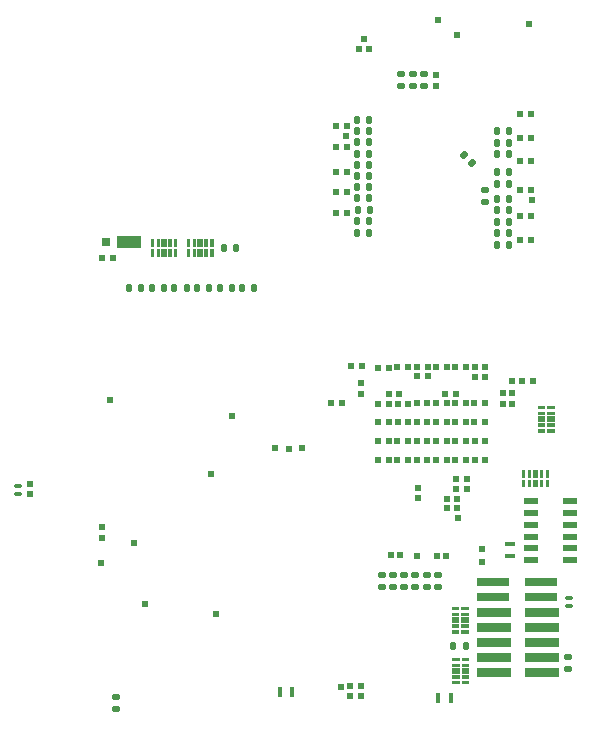
<source format=gbr>
%TF.GenerationSoftware,KiCad,Pcbnew,9.0.7*%
%TF.CreationDate,2026-01-26T18:53:02-07:00*%
%TF.ProjectId,MPU_MOD,4d50555f-4d4f-4442-9e6b-696361645f70,rev?*%
%TF.SameCoordinates,Original*%
%TF.FileFunction,Paste,Bot*%
%TF.FilePolarity,Positive*%
%FSLAX46Y46*%
G04 Gerber Fmt 4.6, Leading zero omitted, Abs format (unit mm)*
G04 Created by KiCad (PCBNEW 9.0.7) date 2026-01-26 18:53:02*
%MOMM*%
%LPD*%
G01*
G04 APERTURE LIST*
G04 Aperture macros list*
%AMRoundRect*
0 Rectangle with rounded corners*
0 $1 Rounding radius*
0 $2 $3 $4 $5 $6 $7 $8 $9 X,Y pos of 4 corners*
0 Add a 4 corners polygon primitive as box body*
4,1,4,$2,$3,$4,$5,$6,$7,$8,$9,$2,$3,0*
0 Add four circle primitives for the rounded corners*
1,1,$1+$1,$2,$3*
1,1,$1+$1,$4,$5*
1,1,$1+$1,$6,$7*
1,1,$1+$1,$8,$9*
0 Add four rect primitives between the rounded corners*
20,1,$1+$1,$2,$3,$4,$5,0*
20,1,$1+$1,$4,$5,$6,$7,0*
20,1,$1+$1,$6,$7,$8,$9,0*
20,1,$1+$1,$8,$9,$2,$3,0*%
G04 Aperture macros list end*
%ADD10C,0.010000*%
%ADD11R,0.510000X0.560000*%
%ADD12R,0.560000X0.510000*%
%ADD13R,0.406400X0.838200*%
%ADD14R,2.790000X0.740000*%
%ADD15RoundRect,0.135000X-0.185000X0.135000X-0.185000X-0.135000X0.185000X-0.135000X0.185000X0.135000X0*%
%ADD16RoundRect,0.135000X0.185000X-0.135000X0.185000X0.135000X-0.185000X0.135000X-0.185000X-0.135000X0*%
%ADD17RoundRect,0.075000X0.175000X0.175000X-0.175000X0.175000X-0.175000X-0.175000X0.175000X-0.175000X0*%
%ADD18RoundRect,0.135000X-0.135000X-0.185000X0.135000X-0.185000X0.135000X0.185000X-0.135000X0.185000X0*%
%ADD19RoundRect,0.135000X0.135000X0.185000X-0.135000X0.185000X-0.135000X-0.185000X0.135000X-0.185000X0*%
%ADD20RoundRect,0.075000X0.175000X-0.175000X0.175000X0.175000X-0.175000X0.175000X-0.175000X-0.175000X0*%
%ADD21R,0.800000X0.800000*%
%ADD22R,2.000000X1.100000*%
%ADD23RoundRect,0.135000X0.226274X0.035355X0.035355X0.226274X-0.226274X-0.035355X-0.035355X-0.226274X0*%
%ADD24RoundRect,0.075000X-0.175000X0.175000X-0.175000X-0.175000X0.175000X-0.175000X0.175000X0.175000X0*%
%ADD25RoundRect,0.075000X-0.175000X-0.175000X0.175000X-0.175000X0.175000X0.175000X-0.175000X0.175000X0*%
%ADD26RoundRect,0.050000X-0.250000X0.100000X-0.250000X-0.100000X0.250000X-0.100000X0.250000X0.100000X0*%
%ADD27R,0.838200X0.406400*%
%ADD28R,1.300000X0.600000*%
G04 APERTURE END LIST*
D10*
%TO.C,J701*%
X103853000Y-113730000D02*
X101063000Y-113730000D01*
X101063000Y-112990000D01*
X103853000Y-112990000D01*
X103853000Y-113730000D01*
G36*
X103853000Y-113730000D02*
G01*
X101063000Y-113730000D01*
X101063000Y-112990000D01*
X103853000Y-112990000D01*
X103853000Y-113730000D01*
G37*
X103853000Y-115000000D02*
X101063000Y-115000000D01*
X101063000Y-114260000D01*
X103853000Y-114260000D01*
X103853000Y-115000000D01*
G36*
X103853000Y-115000000D02*
G01*
X101063000Y-115000000D01*
X101063000Y-114260000D01*
X103853000Y-114260000D01*
X103853000Y-115000000D01*
G37*
X103853000Y-116270000D02*
X101063000Y-116270000D01*
X101063000Y-115530000D01*
X103853000Y-115530000D01*
X103853000Y-116270000D01*
G36*
X103853000Y-116270000D02*
G01*
X101063000Y-116270000D01*
X101063000Y-115530000D01*
X103853000Y-115530000D01*
X103853000Y-116270000D01*
G37*
X103853000Y-117540000D02*
X101063000Y-117540000D01*
X101063000Y-116800000D01*
X103853000Y-116800000D01*
X103853000Y-117540000D01*
G36*
X103853000Y-117540000D02*
G01*
X101063000Y-117540000D01*
X101063000Y-116800000D01*
X103853000Y-116800000D01*
X103853000Y-117540000D01*
G37*
X103853000Y-118810000D02*
X101063000Y-118810000D01*
X101063000Y-118070000D01*
X103853000Y-118070000D01*
X103853000Y-118810000D01*
G36*
X103853000Y-118810000D02*
G01*
X101063000Y-118810000D01*
X101063000Y-118070000D01*
X103853000Y-118070000D01*
X103853000Y-118810000D01*
G37*
X107917000Y-113730000D02*
X105127000Y-113730000D01*
X105127000Y-112990000D01*
X107917000Y-112990000D01*
X107917000Y-113730000D01*
G36*
X107917000Y-113730000D02*
G01*
X105127000Y-113730000D01*
X105127000Y-112990000D01*
X107917000Y-112990000D01*
X107917000Y-113730000D01*
G37*
X107917000Y-115000000D02*
X105127000Y-115000000D01*
X105127000Y-114260000D01*
X107917000Y-114260000D01*
X107917000Y-115000000D01*
G36*
X107917000Y-115000000D02*
G01*
X105127000Y-115000000D01*
X105127000Y-114260000D01*
X107917000Y-114260000D01*
X107917000Y-115000000D01*
G37*
X107917000Y-116270000D02*
X105127000Y-116270000D01*
X105127000Y-115530000D01*
X107917000Y-115530000D01*
X107917000Y-116270000D01*
G36*
X107917000Y-116270000D02*
G01*
X105127000Y-116270000D01*
X105127000Y-115530000D01*
X107917000Y-115530000D01*
X107917000Y-116270000D01*
G37*
X107917000Y-117540000D02*
X105127000Y-117540000D01*
X105127000Y-116800000D01*
X107917000Y-116800000D01*
X107917000Y-117540000D01*
G36*
X107917000Y-117540000D02*
G01*
X105127000Y-117540000D01*
X105127000Y-116800000D01*
X107917000Y-116800000D01*
X107917000Y-117540000D01*
G37*
X107917000Y-118810000D02*
X105127000Y-118810000D01*
X105127000Y-118070000D01*
X107917000Y-118070000D01*
X107917000Y-118810000D01*
G36*
X107917000Y-118810000D02*
G01*
X105127000Y-118810000D01*
X105127000Y-118070000D01*
X107917000Y-118070000D01*
X107917000Y-118810000D01*
G37*
%TO.C,U702*%
X99489000Y-113103000D02*
X98929000Y-113103000D01*
X98929000Y-112917000D01*
X99489000Y-112917000D01*
X99489000Y-113103000D01*
G36*
X99489000Y-113103000D02*
G01*
X98929000Y-113103000D01*
X98929000Y-112917000D01*
X99489000Y-112917000D01*
X99489000Y-113103000D01*
G37*
X99489000Y-113603000D02*
X98929000Y-113603000D01*
X98929000Y-113417000D01*
X99489000Y-113417000D01*
X99489000Y-113603000D01*
G36*
X99489000Y-113603000D02*
G01*
X98929000Y-113603000D01*
X98929000Y-113417000D01*
X99489000Y-113417000D01*
X99489000Y-113603000D01*
G37*
X99489000Y-114197000D02*
X98929000Y-114197000D01*
X98929000Y-113823000D01*
X99489000Y-113823000D01*
X99489000Y-114197000D01*
G36*
X99489000Y-114197000D02*
G01*
X98929000Y-114197000D01*
X98929000Y-113823000D01*
X99489000Y-113823000D01*
X99489000Y-114197000D01*
G37*
X99489000Y-114603000D02*
X98929000Y-114603000D01*
X98929000Y-114417000D01*
X99489000Y-114417000D01*
X99489000Y-114603000D01*
G36*
X99489000Y-114603000D02*
G01*
X98929000Y-114603000D01*
X98929000Y-114417000D01*
X99489000Y-114417000D01*
X99489000Y-114603000D01*
G37*
X99489000Y-115103000D02*
X98929000Y-115103000D01*
X98929000Y-114917000D01*
X99489000Y-114917000D01*
X99489000Y-115103000D01*
G36*
X99489000Y-115103000D02*
G01*
X98929000Y-115103000D01*
X98929000Y-114917000D01*
X99489000Y-114917000D01*
X99489000Y-115103000D01*
G37*
X100309000Y-113103000D02*
X99749000Y-113103000D01*
X99749000Y-112917000D01*
X100309000Y-112917000D01*
X100309000Y-113103000D01*
G36*
X100309000Y-113103000D02*
G01*
X99749000Y-113103000D01*
X99749000Y-112917000D01*
X100309000Y-112917000D01*
X100309000Y-113103000D01*
G37*
X100309000Y-113603000D02*
X99749000Y-113603000D01*
X99749000Y-113417000D01*
X100309000Y-113417000D01*
X100309000Y-113603000D01*
G36*
X100309000Y-113603000D02*
G01*
X99749000Y-113603000D01*
X99749000Y-113417000D01*
X100309000Y-113417000D01*
X100309000Y-113603000D01*
G37*
X100309000Y-114197000D02*
X99749000Y-114197000D01*
X99749000Y-113823000D01*
X100309000Y-113823000D01*
X100309000Y-114197000D01*
G36*
X100309000Y-114197000D02*
G01*
X99749000Y-114197000D01*
X99749000Y-113823000D01*
X100309000Y-113823000D01*
X100309000Y-114197000D01*
G37*
X100309000Y-114603000D02*
X99749000Y-114603000D01*
X99749000Y-114417000D01*
X100309000Y-114417000D01*
X100309000Y-114603000D01*
G36*
X100309000Y-114603000D02*
G01*
X99749000Y-114603000D01*
X99749000Y-114417000D01*
X100309000Y-114417000D01*
X100309000Y-114603000D01*
G37*
X100309000Y-115103000D02*
X99749000Y-115103000D01*
X99749000Y-114917000D01*
X100309000Y-114917000D01*
X100309000Y-115103000D01*
G36*
X100309000Y-115103000D02*
G01*
X99749000Y-115103000D01*
X99749000Y-114917000D01*
X100309000Y-114917000D01*
X100309000Y-115103000D01*
G37*
%TO.C,U501*%
X76694500Y-82375000D02*
X76508500Y-82375000D01*
X76508500Y-81815000D01*
X76694500Y-81815000D01*
X76694500Y-82375000D01*
G36*
X76694500Y-82375000D02*
G01*
X76508500Y-82375000D01*
X76508500Y-81815000D01*
X76694500Y-81815000D01*
X76694500Y-82375000D01*
G37*
X76694500Y-83195000D02*
X76508500Y-83195000D01*
X76508500Y-82635000D01*
X76694500Y-82635000D01*
X76694500Y-83195000D01*
G36*
X76694500Y-83195000D02*
G01*
X76508500Y-83195000D01*
X76508500Y-82635000D01*
X76694500Y-82635000D01*
X76694500Y-83195000D01*
G37*
X77194500Y-82375000D02*
X77008500Y-82375000D01*
X77008500Y-81815000D01*
X77194500Y-81815000D01*
X77194500Y-82375000D01*
G36*
X77194500Y-82375000D02*
G01*
X77008500Y-82375000D01*
X77008500Y-81815000D01*
X77194500Y-81815000D01*
X77194500Y-82375000D01*
G37*
X77194500Y-83195000D02*
X77008500Y-83195000D01*
X77008500Y-82635000D01*
X77194500Y-82635000D01*
X77194500Y-83195000D01*
G36*
X77194500Y-83195000D02*
G01*
X77008500Y-83195000D01*
X77008500Y-82635000D01*
X77194500Y-82635000D01*
X77194500Y-83195000D01*
G37*
X77788500Y-82375000D02*
X77414500Y-82375000D01*
X77414500Y-81815000D01*
X77788500Y-81815000D01*
X77788500Y-82375000D01*
G36*
X77788500Y-82375000D02*
G01*
X77414500Y-82375000D01*
X77414500Y-81815000D01*
X77788500Y-81815000D01*
X77788500Y-82375000D01*
G37*
X77788500Y-83195000D02*
X77414500Y-83195000D01*
X77414500Y-82635000D01*
X77788500Y-82635000D01*
X77788500Y-83195000D01*
G36*
X77788500Y-83195000D02*
G01*
X77414500Y-83195000D01*
X77414500Y-82635000D01*
X77788500Y-82635000D01*
X77788500Y-83195000D01*
G37*
X78194500Y-82375000D02*
X78008500Y-82375000D01*
X78008500Y-81815000D01*
X78194500Y-81815000D01*
X78194500Y-82375000D01*
G36*
X78194500Y-82375000D02*
G01*
X78008500Y-82375000D01*
X78008500Y-81815000D01*
X78194500Y-81815000D01*
X78194500Y-82375000D01*
G37*
X78194500Y-83195000D02*
X78008500Y-83195000D01*
X78008500Y-82635000D01*
X78194500Y-82635000D01*
X78194500Y-83195000D01*
G36*
X78194500Y-83195000D02*
G01*
X78008500Y-83195000D01*
X78008500Y-82635000D01*
X78194500Y-82635000D01*
X78194500Y-83195000D01*
G37*
X78694500Y-82375000D02*
X78508500Y-82375000D01*
X78508500Y-81815000D01*
X78694500Y-81815000D01*
X78694500Y-82375000D01*
G36*
X78694500Y-82375000D02*
G01*
X78508500Y-82375000D01*
X78508500Y-81815000D01*
X78694500Y-81815000D01*
X78694500Y-82375000D01*
G37*
X78694500Y-83195000D02*
X78508500Y-83195000D01*
X78508500Y-82635000D01*
X78694500Y-82635000D01*
X78694500Y-83195000D01*
G36*
X78694500Y-83195000D02*
G01*
X78508500Y-83195000D01*
X78508500Y-82635000D01*
X78694500Y-82635000D01*
X78694500Y-83195000D01*
G37*
%TO.C,U502*%
X73633000Y-82375000D02*
X73447000Y-82375000D01*
X73447000Y-81815000D01*
X73633000Y-81815000D01*
X73633000Y-82375000D01*
G36*
X73633000Y-82375000D02*
G01*
X73447000Y-82375000D01*
X73447000Y-81815000D01*
X73633000Y-81815000D01*
X73633000Y-82375000D01*
G37*
X73633000Y-83195000D02*
X73447000Y-83195000D01*
X73447000Y-82635000D01*
X73633000Y-82635000D01*
X73633000Y-83195000D01*
G36*
X73633000Y-83195000D02*
G01*
X73447000Y-83195000D01*
X73447000Y-82635000D01*
X73633000Y-82635000D01*
X73633000Y-83195000D01*
G37*
X74133000Y-82375000D02*
X73947000Y-82375000D01*
X73947000Y-81815000D01*
X74133000Y-81815000D01*
X74133000Y-82375000D01*
G36*
X74133000Y-82375000D02*
G01*
X73947000Y-82375000D01*
X73947000Y-81815000D01*
X74133000Y-81815000D01*
X74133000Y-82375000D01*
G37*
X74133000Y-83195000D02*
X73947000Y-83195000D01*
X73947000Y-82635000D01*
X74133000Y-82635000D01*
X74133000Y-83195000D01*
G36*
X74133000Y-83195000D02*
G01*
X73947000Y-83195000D01*
X73947000Y-82635000D01*
X74133000Y-82635000D01*
X74133000Y-83195000D01*
G37*
X74727000Y-82375000D02*
X74353000Y-82375000D01*
X74353000Y-81815000D01*
X74727000Y-81815000D01*
X74727000Y-82375000D01*
G36*
X74727000Y-82375000D02*
G01*
X74353000Y-82375000D01*
X74353000Y-81815000D01*
X74727000Y-81815000D01*
X74727000Y-82375000D01*
G37*
X74727000Y-83195000D02*
X74353000Y-83195000D01*
X74353000Y-82635000D01*
X74727000Y-82635000D01*
X74727000Y-83195000D01*
G36*
X74727000Y-83195000D02*
G01*
X74353000Y-83195000D01*
X74353000Y-82635000D01*
X74727000Y-82635000D01*
X74727000Y-83195000D01*
G37*
X75133000Y-82375000D02*
X74947000Y-82375000D01*
X74947000Y-81815000D01*
X75133000Y-81815000D01*
X75133000Y-82375000D01*
G36*
X75133000Y-82375000D02*
G01*
X74947000Y-82375000D01*
X74947000Y-81815000D01*
X75133000Y-81815000D01*
X75133000Y-82375000D01*
G37*
X75133000Y-83195000D02*
X74947000Y-83195000D01*
X74947000Y-82635000D01*
X75133000Y-82635000D01*
X75133000Y-83195000D01*
G36*
X75133000Y-83195000D02*
G01*
X74947000Y-83195000D01*
X74947000Y-82635000D01*
X75133000Y-82635000D01*
X75133000Y-83195000D01*
G37*
X75633000Y-82375000D02*
X75447000Y-82375000D01*
X75447000Y-81815000D01*
X75633000Y-81815000D01*
X75633000Y-82375000D01*
G36*
X75633000Y-82375000D02*
G01*
X75447000Y-82375000D01*
X75447000Y-81815000D01*
X75633000Y-81815000D01*
X75633000Y-82375000D01*
G37*
X75633000Y-83195000D02*
X75447000Y-83195000D01*
X75447000Y-82635000D01*
X75633000Y-82635000D01*
X75633000Y-83195000D01*
G36*
X75633000Y-83195000D02*
G01*
X75447000Y-83195000D01*
X75447000Y-82635000D01*
X75633000Y-82635000D01*
X75633000Y-83195000D01*
G37*
%TO.C,U5*%
X106790000Y-96083000D02*
X106230000Y-96083000D01*
X106230000Y-95897000D01*
X106790000Y-95897000D01*
X106790000Y-96083000D01*
G36*
X106790000Y-96083000D02*
G01*
X106230000Y-96083000D01*
X106230000Y-95897000D01*
X106790000Y-95897000D01*
X106790000Y-96083000D01*
G37*
X106790000Y-96583000D02*
X106230000Y-96583000D01*
X106230000Y-96397000D01*
X106790000Y-96397000D01*
X106790000Y-96583000D01*
G36*
X106790000Y-96583000D02*
G01*
X106230000Y-96583000D01*
X106230000Y-96397000D01*
X106790000Y-96397000D01*
X106790000Y-96583000D01*
G37*
X106790000Y-97177000D02*
X106230000Y-97177000D01*
X106230000Y-96803000D01*
X106790000Y-96803000D01*
X106790000Y-97177000D01*
G36*
X106790000Y-97177000D02*
G01*
X106230000Y-97177000D01*
X106230000Y-96803000D01*
X106790000Y-96803000D01*
X106790000Y-97177000D01*
G37*
X106790000Y-97583000D02*
X106230000Y-97583000D01*
X106230000Y-97397000D01*
X106790000Y-97397000D01*
X106790000Y-97583000D01*
G36*
X106790000Y-97583000D02*
G01*
X106230000Y-97583000D01*
X106230000Y-97397000D01*
X106790000Y-97397000D01*
X106790000Y-97583000D01*
G37*
X106790000Y-98083000D02*
X106230000Y-98083000D01*
X106230000Y-97897000D01*
X106790000Y-97897000D01*
X106790000Y-98083000D01*
G36*
X106790000Y-98083000D02*
G01*
X106230000Y-98083000D01*
X106230000Y-97897000D01*
X106790000Y-97897000D01*
X106790000Y-98083000D01*
G37*
X107610000Y-96083000D02*
X107050000Y-96083000D01*
X107050000Y-95897000D01*
X107610000Y-95897000D01*
X107610000Y-96083000D01*
G36*
X107610000Y-96083000D02*
G01*
X107050000Y-96083000D01*
X107050000Y-95897000D01*
X107610000Y-95897000D01*
X107610000Y-96083000D01*
G37*
X107610000Y-96583000D02*
X107050000Y-96583000D01*
X107050000Y-96397000D01*
X107610000Y-96397000D01*
X107610000Y-96583000D01*
G36*
X107610000Y-96583000D02*
G01*
X107050000Y-96583000D01*
X107050000Y-96397000D01*
X107610000Y-96397000D01*
X107610000Y-96583000D01*
G37*
X107610000Y-97177000D02*
X107050000Y-97177000D01*
X107050000Y-96803000D01*
X107610000Y-96803000D01*
X107610000Y-97177000D01*
G36*
X107610000Y-97177000D02*
G01*
X107050000Y-97177000D01*
X107050000Y-96803000D01*
X107610000Y-96803000D01*
X107610000Y-97177000D01*
G37*
X107610000Y-97583000D02*
X107050000Y-97583000D01*
X107050000Y-97397000D01*
X107610000Y-97397000D01*
X107610000Y-97583000D01*
G36*
X107610000Y-97583000D02*
G01*
X107050000Y-97583000D01*
X107050000Y-97397000D01*
X107610000Y-97397000D01*
X107610000Y-97583000D01*
G37*
X107610000Y-98083000D02*
X107050000Y-98083000D01*
X107050000Y-97897000D01*
X107610000Y-97897000D01*
X107610000Y-98083000D01*
G36*
X107610000Y-98083000D02*
G01*
X107050000Y-98083000D01*
X107050000Y-97897000D01*
X107610000Y-97897000D01*
X107610000Y-98083000D01*
G37*
%TO.C,U3*%
X105083000Y-101900000D02*
X104897000Y-101900000D01*
X104897000Y-101340000D01*
X105083000Y-101340000D01*
X105083000Y-101900000D01*
G36*
X105083000Y-101900000D02*
G01*
X104897000Y-101900000D01*
X104897000Y-101340000D01*
X105083000Y-101340000D01*
X105083000Y-101900000D01*
G37*
X105083000Y-102720000D02*
X104897000Y-102720000D01*
X104897000Y-102160000D01*
X105083000Y-102160000D01*
X105083000Y-102720000D01*
G36*
X105083000Y-102720000D02*
G01*
X104897000Y-102720000D01*
X104897000Y-102160000D01*
X105083000Y-102160000D01*
X105083000Y-102720000D01*
G37*
X105583000Y-101900000D02*
X105397000Y-101900000D01*
X105397000Y-101340000D01*
X105583000Y-101340000D01*
X105583000Y-101900000D01*
G36*
X105583000Y-101900000D02*
G01*
X105397000Y-101900000D01*
X105397000Y-101340000D01*
X105583000Y-101340000D01*
X105583000Y-101900000D01*
G37*
X105583000Y-102720000D02*
X105397000Y-102720000D01*
X105397000Y-102160000D01*
X105583000Y-102160000D01*
X105583000Y-102720000D01*
G36*
X105583000Y-102720000D02*
G01*
X105397000Y-102720000D01*
X105397000Y-102160000D01*
X105583000Y-102160000D01*
X105583000Y-102720000D01*
G37*
X106177000Y-101900000D02*
X105803000Y-101900000D01*
X105803000Y-101340000D01*
X106177000Y-101340000D01*
X106177000Y-101900000D01*
G36*
X106177000Y-101900000D02*
G01*
X105803000Y-101900000D01*
X105803000Y-101340000D01*
X106177000Y-101340000D01*
X106177000Y-101900000D01*
G37*
X106177000Y-102720000D02*
X105803000Y-102720000D01*
X105803000Y-102160000D01*
X106177000Y-102160000D01*
X106177000Y-102720000D01*
G36*
X106177000Y-102720000D02*
G01*
X105803000Y-102720000D01*
X105803000Y-102160000D01*
X106177000Y-102160000D01*
X106177000Y-102720000D01*
G37*
X106583000Y-101900000D02*
X106397000Y-101900000D01*
X106397000Y-101340000D01*
X106583000Y-101340000D01*
X106583000Y-101900000D01*
G36*
X106583000Y-101900000D02*
G01*
X106397000Y-101900000D01*
X106397000Y-101340000D01*
X106583000Y-101340000D01*
X106583000Y-101900000D01*
G37*
X106583000Y-102720000D02*
X106397000Y-102720000D01*
X106397000Y-102160000D01*
X106583000Y-102160000D01*
X106583000Y-102720000D01*
G36*
X106583000Y-102720000D02*
G01*
X106397000Y-102720000D01*
X106397000Y-102160000D01*
X106583000Y-102160000D01*
X106583000Y-102720000D01*
G37*
X107083000Y-101900000D02*
X106897000Y-101900000D01*
X106897000Y-101340000D01*
X107083000Y-101340000D01*
X107083000Y-101900000D01*
G36*
X107083000Y-101900000D02*
G01*
X106897000Y-101900000D01*
X106897000Y-101340000D01*
X107083000Y-101340000D01*
X107083000Y-101900000D01*
G37*
X107083000Y-102720000D02*
X106897000Y-102720000D01*
X106897000Y-102160000D01*
X107083000Y-102160000D01*
X107083000Y-102720000D01*
G36*
X107083000Y-102720000D02*
G01*
X106897000Y-102720000D01*
X106897000Y-102160000D01*
X107083000Y-102160000D01*
X107083000Y-102720000D01*
G37*
%TO.C,U703*%
X99520000Y-117413000D02*
X98960000Y-117413000D01*
X98960000Y-117227000D01*
X99520000Y-117227000D01*
X99520000Y-117413000D01*
G36*
X99520000Y-117413000D02*
G01*
X98960000Y-117413000D01*
X98960000Y-117227000D01*
X99520000Y-117227000D01*
X99520000Y-117413000D01*
G37*
X99520000Y-117913000D02*
X98960000Y-117913000D01*
X98960000Y-117727000D01*
X99520000Y-117727000D01*
X99520000Y-117913000D01*
G36*
X99520000Y-117913000D02*
G01*
X98960000Y-117913000D01*
X98960000Y-117727000D01*
X99520000Y-117727000D01*
X99520000Y-117913000D01*
G37*
X99520000Y-118507000D02*
X98960000Y-118507000D01*
X98960000Y-118133000D01*
X99520000Y-118133000D01*
X99520000Y-118507000D01*
G36*
X99520000Y-118507000D02*
G01*
X98960000Y-118507000D01*
X98960000Y-118133000D01*
X99520000Y-118133000D01*
X99520000Y-118507000D01*
G37*
X99520000Y-118913000D02*
X98960000Y-118913000D01*
X98960000Y-118727000D01*
X99520000Y-118727000D01*
X99520000Y-118913000D01*
G36*
X99520000Y-118913000D02*
G01*
X98960000Y-118913000D01*
X98960000Y-118727000D01*
X99520000Y-118727000D01*
X99520000Y-118913000D01*
G37*
X99520000Y-119413000D02*
X98960000Y-119413000D01*
X98960000Y-119227000D01*
X99520000Y-119227000D01*
X99520000Y-119413000D01*
G36*
X99520000Y-119413000D02*
G01*
X98960000Y-119413000D01*
X98960000Y-119227000D01*
X99520000Y-119227000D01*
X99520000Y-119413000D01*
G37*
X100340000Y-117413000D02*
X99780000Y-117413000D01*
X99780000Y-117227000D01*
X100340000Y-117227000D01*
X100340000Y-117413000D01*
G36*
X100340000Y-117413000D02*
G01*
X99780000Y-117413000D01*
X99780000Y-117227000D01*
X100340000Y-117227000D01*
X100340000Y-117413000D01*
G37*
X100340000Y-117913000D02*
X99780000Y-117913000D01*
X99780000Y-117727000D01*
X100340000Y-117727000D01*
X100340000Y-117913000D01*
G36*
X100340000Y-117913000D02*
G01*
X99780000Y-117913000D01*
X99780000Y-117727000D01*
X100340000Y-117727000D01*
X100340000Y-117913000D01*
G37*
X100340000Y-118507000D02*
X99780000Y-118507000D01*
X99780000Y-118133000D01*
X100340000Y-118133000D01*
X100340000Y-118507000D01*
G36*
X100340000Y-118507000D02*
G01*
X99780000Y-118507000D01*
X99780000Y-118133000D01*
X100340000Y-118133000D01*
X100340000Y-118507000D01*
G37*
X100340000Y-118913000D02*
X99780000Y-118913000D01*
X99780000Y-118727000D01*
X100340000Y-118727000D01*
X100340000Y-118913000D01*
G36*
X100340000Y-118913000D02*
G01*
X99780000Y-118913000D01*
X99780000Y-118727000D01*
X100340000Y-118727000D01*
X100340000Y-118913000D01*
G37*
X100340000Y-119413000D02*
X99780000Y-119413000D01*
X99780000Y-119227000D01*
X100340000Y-119227000D01*
X100340000Y-119413000D01*
G36*
X100340000Y-119413000D02*
G01*
X99780000Y-119413000D01*
X99780000Y-119227000D01*
X100340000Y-119227000D01*
X100340000Y-119413000D01*
G37*
%TD*%
D11*
%TO.C,C339*%
X99410000Y-103765000D03*
X98510000Y-103765000D03*
%TD*%
%TO.C,C340*%
X91330000Y-92565000D03*
X90430000Y-92565000D03*
%TD*%
D12*
%TO.C,C342*%
X104060000Y-95735000D03*
X104060000Y-94835000D03*
%TD*%
%TO.C,C343*%
X91250000Y-94915000D03*
X91250000Y-94015000D03*
%TD*%
%TO.C,C344*%
X103250000Y-95735000D03*
X103250000Y-94835000D03*
%TD*%
D11*
%TO.C,C345*%
X99420000Y-104575000D03*
X98520000Y-104575000D03*
%TD*%
%TO.C,C410*%
X104750000Y-75200000D03*
X105650000Y-75200000D03*
%TD*%
%TO.C,C411*%
X104750000Y-73200000D03*
X105650000Y-73200000D03*
%TD*%
%TO.C,C412*%
X89150000Y-79600000D03*
X90050000Y-79600000D03*
%TD*%
%TO.C,C413*%
X90050000Y-77800000D03*
X89150000Y-77800000D03*
%TD*%
%TO.C,C414*%
X90050000Y-76100000D03*
X89150000Y-76100000D03*
%TD*%
%TO.C,C415*%
X104750000Y-77600000D03*
X105650000Y-77600000D03*
%TD*%
%TO.C,C416*%
X90050000Y-72200000D03*
X89150000Y-72200000D03*
%TD*%
%TO.C,C417*%
X90050000Y-74000000D03*
X89150000Y-74000000D03*
%TD*%
%TO.C,C418*%
X104750000Y-71200000D03*
X105650000Y-71200000D03*
%TD*%
D12*
%TO.C,C419*%
X97600000Y-67900000D03*
X97600000Y-68800000D03*
%TD*%
D11*
%TO.C,C420*%
X104750000Y-81836585D03*
X105650000Y-81836585D03*
%TD*%
%TO.C,C421*%
X104750000Y-79866585D03*
X105650000Y-79866585D03*
%TD*%
D12*
%TO.C,C702*%
X96080000Y-102830000D03*
X96080000Y-103730000D03*
%TD*%
D11*
%TO.C,C1101*%
X90350000Y-119650000D03*
X91250000Y-119650000D03*
%TD*%
%TO.C,C1102*%
X91250000Y-120500000D03*
X90350000Y-120500000D03*
%TD*%
D13*
%TO.C,D1101*%
X85421800Y-120100000D03*
X84378200Y-120100000D03*
%TD*%
D14*
%TO.C,J701*%
X106525000Y-110820000D03*
X102455000Y-110820000D03*
X106525000Y-112090000D03*
X102455000Y-112090000D03*
X106525000Y-113360000D03*
X102455000Y-113360000D03*
X106525000Y-114630000D03*
X102455000Y-114630000D03*
X106525000Y-115900000D03*
X102455000Y-115900000D03*
X106525000Y-117170000D03*
X102455000Y-117170000D03*
X106525000Y-118440000D03*
X102455000Y-118440000D03*
%TD*%
D15*
%TO.C,R702*%
X93030000Y-110200000D03*
X93030000Y-111220000D03*
%TD*%
%TO.C,R703*%
X94920000Y-110200000D03*
X94920000Y-111220000D03*
%TD*%
%TO.C,R704*%
X96810000Y-110200000D03*
X96810000Y-111220000D03*
%TD*%
D16*
%TO.C,R705*%
X97750000Y-111220000D03*
X97750000Y-110200000D03*
%TD*%
D15*
%TO.C,R706*%
X95870000Y-110200000D03*
X95870000Y-111220000D03*
%TD*%
D16*
%TO.C,R707*%
X93970000Y-111220000D03*
X93970000Y-110200000D03*
%TD*%
D17*
%TO.C,TP703*%
X97680000Y-108650000D03*
%TD*%
%TO.C,TP704*%
X99490000Y-105380000D03*
%TD*%
%TO.C,TP705*%
X96030000Y-108630000D03*
%TD*%
%TO.C,TP706*%
X94600000Y-108530000D03*
%TD*%
D18*
%TO.C,R407*%
X102770000Y-74590000D03*
X103790000Y-74590000D03*
%TD*%
D19*
%TO.C,R406*%
X91972601Y-75493415D03*
X90952601Y-75493415D03*
%TD*%
D17*
%TO.C,TP1001*%
X99360000Y-64500000D03*
%TD*%
D19*
%TO.C,R203*%
X100110000Y-116200000D03*
X99090000Y-116200000D03*
%TD*%
D17*
%TO.C,TP201*%
X72000000Y-107500000D03*
%TD*%
%TO.C,TP601*%
X101500000Y-108000000D03*
%TD*%
%TO.C,TP701*%
X93840000Y-108540000D03*
%TD*%
%TO.C,TP210*%
X79000000Y-113500000D03*
%TD*%
D11*
%TO.C,C321*%
X95260000Y-95710000D03*
X94360000Y-95710000D03*
%TD*%
%TO.C,C322*%
X101750000Y-95700000D03*
X100850000Y-95700000D03*
%TD*%
%TO.C,C319*%
X95250000Y-98920000D03*
X94350000Y-98920000D03*
%TD*%
%TO.C,C333*%
X99310000Y-102920000D03*
X100210000Y-102920000D03*
%TD*%
D17*
%TO.C,TP1005*%
X91500000Y-64850000D03*
%TD*%
D11*
%TO.C,C327*%
X95240000Y-92620000D03*
X94340000Y-92620000D03*
%TD*%
D18*
%TO.C,R414*%
X102757400Y-82291585D03*
X103777400Y-82291585D03*
%TD*%
D20*
%TO.C,TP605*%
X85200000Y-99550000D03*
%TD*%
D19*
%TO.C,R506*%
X80310000Y-85925000D03*
X79290000Y-85925000D03*
%TD*%
%TO.C,R424*%
X91972601Y-72643415D03*
X90952601Y-72643415D03*
%TD*%
%TO.C,R408*%
X91972601Y-77393415D03*
X90952601Y-77393415D03*
%TD*%
D21*
%TO.C,D501*%
X69690000Y-81995000D03*
D22*
X71590000Y-81995000D03*
%TD*%
D23*
%TO.C,R403*%
X100700624Y-75370624D03*
X99979376Y-74649376D03*
%TD*%
D24*
%TO.C,TP603*%
X84000000Y-99500000D03*
%TD*%
D11*
%TO.C,C331*%
X101780000Y-93425000D03*
X100880000Y-93425000D03*
%TD*%
%TO.C,C307*%
X100130000Y-95700000D03*
X99230000Y-95700000D03*
%TD*%
D18*
%TO.C,R422*%
X102757400Y-77090000D03*
X103777400Y-77090000D03*
%TD*%
D11*
%TO.C,C501*%
X69370000Y-83355000D03*
X70270000Y-83355000D03*
%TD*%
D18*
%TO.C,R418*%
X102760000Y-72670000D03*
X103780000Y-72670000D03*
%TD*%
D16*
%TO.C,R712*%
X108750000Y-118160000D03*
X108750000Y-117140000D03*
%TD*%
D11*
%TO.C,C318*%
X98510000Y-95700000D03*
X97610000Y-95700000D03*
%TD*%
%TO.C,C341*%
X104910000Y-93845000D03*
X104010000Y-93845000D03*
%TD*%
D18*
%TO.C,R416*%
X102760000Y-73620000D03*
X103780000Y-73620000D03*
%TD*%
D12*
%TO.C,C203*%
X63240000Y-103400000D03*
X63240000Y-102500000D03*
%TD*%
D17*
%TO.C,TP1002*%
X97780000Y-63220000D03*
%TD*%
D11*
%TO.C,C330*%
X96920000Y-93415000D03*
X96020000Y-93415000D03*
%TD*%
%TO.C,C311*%
X93590000Y-98920000D03*
X92690000Y-98920000D03*
%TD*%
%TO.C,C301*%
X95970000Y-100520000D03*
X96870000Y-100520000D03*
%TD*%
D25*
%TO.C,TP702*%
X78555000Y-101705000D03*
%TD*%
D18*
%TO.C,R410*%
X102757400Y-80316585D03*
X103777400Y-80316585D03*
%TD*%
D17*
%TO.C,TP1004*%
X91100000Y-65700000D03*
%TD*%
%TO.C,TP209*%
X70000000Y-95400000D03*
%TD*%
D11*
%TO.C,C305*%
X93610000Y-94895000D03*
X94510000Y-94895000D03*
%TD*%
D17*
%TO.C,TP707*%
X98460000Y-108660000D03*
%TD*%
D18*
%TO.C,R505*%
X77380000Y-85915000D03*
X78400000Y-85915000D03*
%TD*%
D11*
%TO.C,C317*%
X96880000Y-97310000D03*
X95980000Y-97310000D03*
%TD*%
D19*
%TO.C,R501*%
X80685000Y-82575000D03*
X79665000Y-82575000D03*
%TD*%
D11*
%TO.C,C335*%
X88730000Y-95680000D03*
X89630000Y-95680000D03*
%TD*%
D18*
%TO.C,R426*%
X102750000Y-78380000D03*
X103770000Y-78380000D03*
%TD*%
D19*
%TO.C,R423*%
X91972601Y-73593415D03*
X90952601Y-73593415D03*
%TD*%
D11*
%TO.C,C328*%
X101780000Y-92600000D03*
X100880000Y-92600000D03*
%TD*%
D17*
%TO.C,TP1003*%
X105450000Y-63560000D03*
%TD*%
D19*
%TO.C,R419*%
X91972601Y-81243415D03*
X90952601Y-81243415D03*
%TD*%
D16*
%TO.C,R404*%
X101800000Y-78650000D03*
X101800000Y-77630000D03*
%TD*%
D17*
%TO.C,TP1006*%
X91900000Y-65700000D03*
%TD*%
D11*
%TO.C,C306*%
X101770000Y-97310000D03*
X100870000Y-97310000D03*
%TD*%
D17*
%TO.C,TP208*%
X80300000Y-96800000D03*
%TD*%
D11*
%TO.C,C336*%
X97610000Y-100520000D03*
X98510000Y-100520000D03*
%TD*%
%TO.C,C326*%
X96920000Y-92600000D03*
X96020000Y-92600000D03*
%TD*%
D18*
%TO.C,R503*%
X73550000Y-85915000D03*
X74570000Y-85915000D03*
%TD*%
D24*
%TO.C,TP604*%
X86300000Y-99500000D03*
%TD*%
D18*
%TO.C,R507*%
X81200000Y-85925000D03*
X82220000Y-85925000D03*
%TD*%
D11*
%TO.C,C334*%
X99250000Y-100520000D03*
X100150000Y-100520000D03*
%TD*%
D19*
%TO.C,R409*%
X91972601Y-76443415D03*
X90952601Y-76443415D03*
%TD*%
D17*
%TO.C,TP206*%
X69300000Y-106200000D03*
%TD*%
%TO.C,TP1101*%
X89600000Y-119700000D03*
%TD*%
D11*
%TO.C,C337*%
X99240000Y-97310000D03*
X100140000Y-97310000D03*
%TD*%
%TO.C,C316*%
X95260000Y-97310000D03*
X94360000Y-97310000D03*
%TD*%
D18*
%TO.C,R412*%
X102767400Y-81301585D03*
X103787400Y-81301585D03*
%TD*%
D19*
%TO.C,R415*%
X91992599Y-79293415D03*
X90972599Y-79293415D03*
%TD*%
D11*
%TO.C,C303*%
X100160000Y-98910000D03*
X99260000Y-98910000D03*
%TD*%
%TO.C,C310*%
X98510000Y-97310000D03*
X97610000Y-97310000D03*
%TD*%
D19*
%TO.C,R421*%
X91972601Y-74543415D03*
X90952601Y-74543415D03*
%TD*%
D16*
%TO.C,R428*%
X96615000Y-68840001D03*
X96615000Y-67820001D03*
%TD*%
D11*
%TO.C,C314*%
X93600000Y-95710000D03*
X92700000Y-95710000D03*
%TD*%
D19*
%TO.C,R502*%
X72660000Y-85905000D03*
X71640000Y-85905000D03*
%TD*%
%TO.C,R411*%
X91972601Y-78343415D03*
X90952601Y-78343415D03*
%TD*%
%TO.C,R425*%
X91972601Y-71693415D03*
X90952601Y-71693415D03*
%TD*%
D11*
%TO.C,C329*%
X93610000Y-92675000D03*
X92710000Y-92675000D03*
%TD*%
%TO.C,C332*%
X99310000Y-102100000D03*
X100210000Y-102100000D03*
%TD*%
D17*
%TO.C,TP211*%
X72960000Y-112670000D03*
%TD*%
D11*
%TO.C,C315*%
X96870000Y-98920000D03*
X95970000Y-98920000D03*
%TD*%
%TO.C,C313*%
X93600000Y-97310000D03*
X92700000Y-97310000D03*
%TD*%
D17*
%TO.C,TP602*%
X101500000Y-109100000D03*
%TD*%
%TO.C,TP203*%
X69220000Y-109240000D03*
%TD*%
D11*
%TO.C,C324*%
X100160000Y-92600000D03*
X99260000Y-92600000D03*
%TD*%
%TO.C,C304*%
X101775000Y-100520000D03*
X100875000Y-100520000D03*
%TD*%
D18*
%TO.C,R417*%
X102757400Y-76136585D03*
X103777400Y-76136585D03*
%TD*%
D11*
%TO.C,C302*%
X101790000Y-98910000D03*
X100890000Y-98910000D03*
%TD*%
D17*
%TO.C,TP204*%
X90000000Y-73100000D03*
%TD*%
D11*
%TO.C,C323*%
X98410000Y-94875000D03*
X99310000Y-94875000D03*
%TD*%
D16*
%TO.C,R427*%
X95640000Y-68840001D03*
X95640000Y-67820001D03*
%TD*%
D17*
%TO.C,TP207*%
X69300000Y-107100000D03*
%TD*%
D11*
%TO.C,C309*%
X96880000Y-95700000D03*
X95980000Y-95700000D03*
%TD*%
D17*
%TO.C,TP202*%
X105700000Y-78500000D03*
%TD*%
D11*
%TO.C,C325*%
X98540000Y-92600000D03*
X97640000Y-92600000D03*
%TD*%
D16*
%TO.C,R429*%
X94665000Y-68840001D03*
X94665000Y-67820001D03*
%TD*%
D11*
%TO.C,C308*%
X93590000Y-100520000D03*
X92690000Y-100520000D03*
%TD*%
D18*
%TO.C,R420*%
X102757400Y-79366585D03*
X103777400Y-79366585D03*
%TD*%
D17*
%TO.C,TP205*%
X105800000Y-93800000D03*
%TD*%
D11*
%TO.C,C320*%
X98510000Y-98910000D03*
X97610000Y-98910000D03*
%TD*%
%TO.C,C312*%
X95250000Y-100520000D03*
X94350000Y-100520000D03*
%TD*%
D19*
%TO.C,R413*%
X91972601Y-80243415D03*
X90952601Y-80243415D03*
%TD*%
D16*
%TO.C,R6*%
X70500000Y-121610000D03*
X70500000Y-120590000D03*
%TD*%
D19*
%TO.C,R8*%
X76490000Y-85910000D03*
X75470000Y-85910000D03*
%TD*%
D26*
%TO.C,D3*%
X62190000Y-102680000D03*
X62190000Y-103380000D03*
%TD*%
%TO.C,D6*%
X108890000Y-112192500D03*
X108890000Y-112892500D03*
%TD*%
D27*
%TO.C,D4*%
X103890000Y-108621800D03*
X103890000Y-107578200D03*
%TD*%
D28*
%TO.C,J3*%
X108952500Y-108980000D03*
X105652500Y-108980000D03*
X108952500Y-107980000D03*
X105652500Y-107980000D03*
X108952500Y-106980000D03*
X105652500Y-106980000D03*
X108952500Y-105980000D03*
X105652500Y-105980000D03*
X108952500Y-104980000D03*
X105652500Y-104980000D03*
X108952500Y-103980000D03*
X105652500Y-103980000D03*
%TD*%
D13*
%TO.C,D1*%
X98851800Y-120610000D03*
X97808200Y-120610000D03*
%TD*%
M02*

</source>
